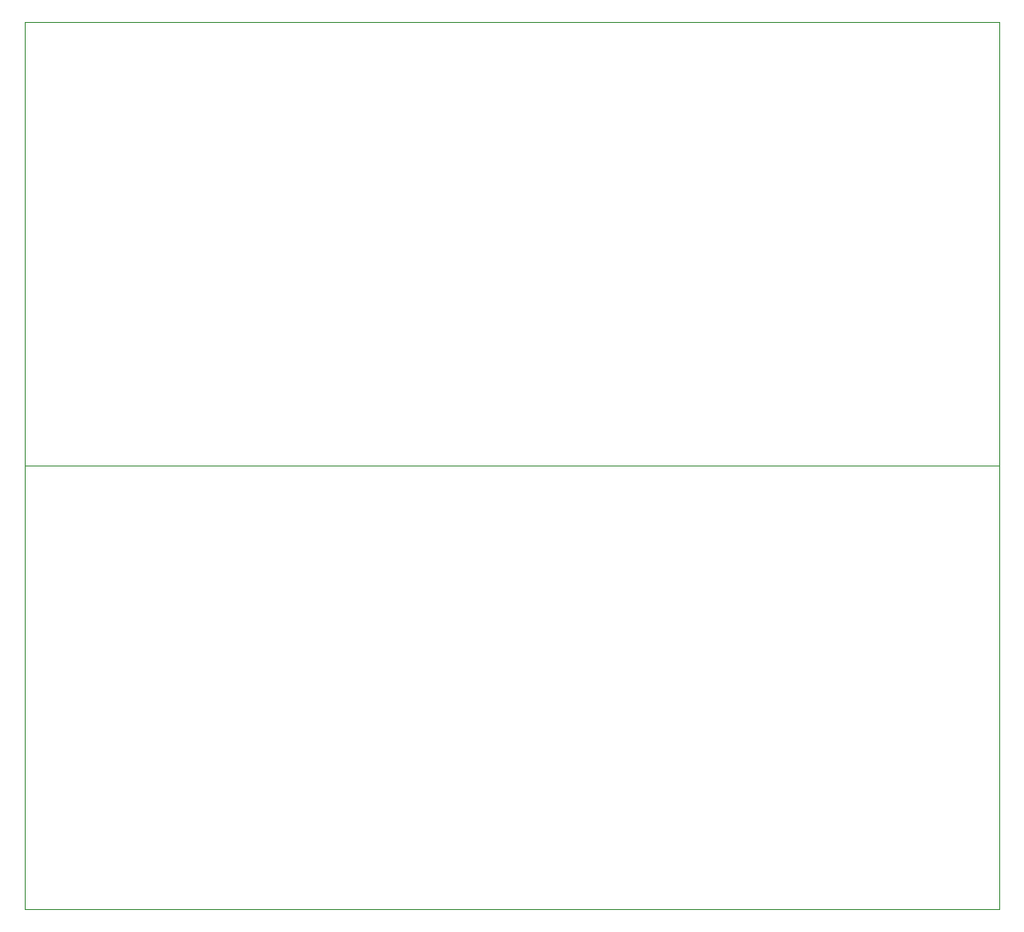
<source format=gbr>
G04 #@! TF.GenerationSoftware,KiCad,Pcbnew,5.1.5+dfsg1-2build2*
G04 #@! TF.CreationDate,2021-11-10T18:08:46-05:00*
G04 #@! TF.ProjectId,,58585858-5858-4585-9858-585858585858,rev?*
G04 #@! TF.SameCoordinates,Original*
G04 #@! TF.FileFunction,Profile,NP*
%FSLAX46Y46*%
G04 Gerber Fmt 4.6, Leading zero omitted, Abs format (unit mm)*
G04 Created by KiCad (PCBNEW 5.1.5+dfsg1-2build2) date 2021-11-10 18:08:46*
%MOMM*%
%LPD*%
G04 APERTURE LIST*
%ADD10C,0.050000*%
G04 APERTURE END LIST*
D10*
X109563000Y-96041900D02*
X109563000Y-137041900D01*
X109563000Y-96041900D02*
X199563000Y-96041900D01*
X109563000Y-137041900D02*
X199563000Y-137041900D01*
X199563000Y-96041900D02*
X199563000Y-137041900D01*
X199563000Y-55041900D02*
X199563000Y-96041900D01*
X109563000Y-96041900D02*
X199563000Y-96041900D01*
X109563000Y-55041900D02*
X199563000Y-55041900D01*
X109563000Y-55041900D02*
X109563000Y-96041900D01*
M02*

</source>
